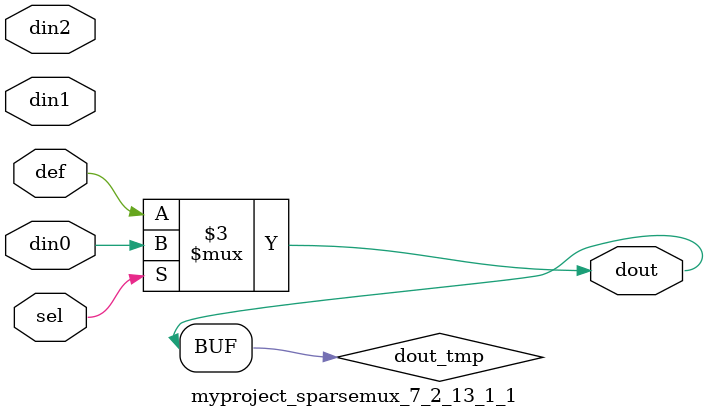
<source format=v>
`timescale 1ns / 1ps

module myproject_sparsemux_7_2_13_1_1 (din0,din1,din2,def,sel,dout);

parameter din0_WIDTH = 1;

parameter din1_WIDTH = 1;

parameter din2_WIDTH = 1;

parameter def_WIDTH = 1;
parameter sel_WIDTH = 1;
parameter dout_WIDTH = 1;

parameter [sel_WIDTH-1:0] CASE0 = 1;

parameter [sel_WIDTH-1:0] CASE1 = 1;

parameter [sel_WIDTH-1:0] CASE2 = 1;

parameter ID = 1;
parameter NUM_STAGE = 1;



input [din0_WIDTH-1:0] din0;

input [din1_WIDTH-1:0] din1;

input [din2_WIDTH-1:0] din2;

input [def_WIDTH-1:0] def;
input [sel_WIDTH-1:0] sel;

output [dout_WIDTH-1:0] dout;



reg [dout_WIDTH-1:0] dout_tmp;

always @ (*) begin
case (sel)
    
    CASE0 : dout_tmp = din0;
    
    CASE1 : dout_tmp = din1;
    
    CASE2 : dout_tmp = din2;
    
    default : dout_tmp = def;
endcase
end


assign dout = dout_tmp;



endmodule

</source>
